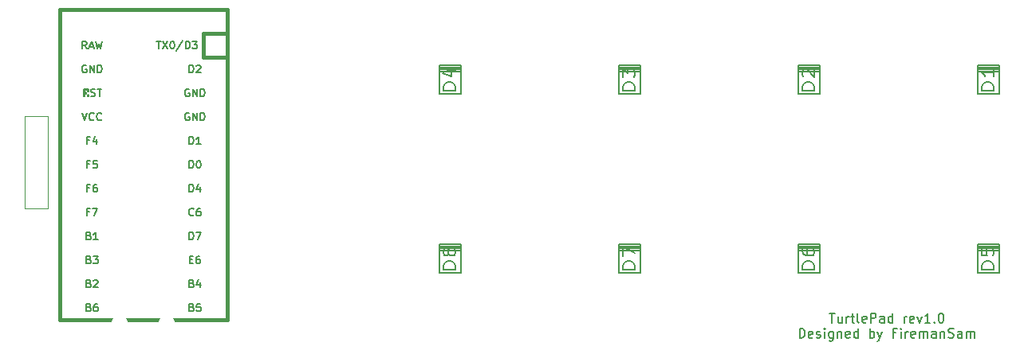
<source format=gbr>
%TF.GenerationSoftware,KiCad,Pcbnew,(6.99.0)*%
%TF.CreationDate,2021-12-30T19:51:54+01:00*%
%TF.ProjectId,TurtlePad,54757274-6c65-4506-9164-2e6b69636164,rev?*%
%TF.SameCoordinates,Original*%
%TF.FileFunction,Legend,Top*%
%TF.FilePolarity,Positive*%
%FSLAX46Y46*%
G04 Gerber Fmt 4.6, Leading zero omitted, Abs format (unit mm)*
G04 Created by KiCad (PCBNEW (6.99.0)) date 2021-12-30 19:51:54*
%MOMM*%
%LPD*%
G01*
G04 APERTURE LIST*
%ADD10C,0.150000*%
%ADD11C,0.203200*%
%ADD12C,0.120000*%
%ADD13C,0.381000*%
%ADD14C,1.651000*%
%ADD15R,1.651000X1.651000*%
%ADD16R,1.752600X1.752600*%
%ADD17C,1.752600*%
%ADD18O,2.000000X1.600000*%
%ADD19C,3.000000*%
%ADD20C,1.750000*%
%ADD21C,3.987800*%
%ADD22C,2.100000*%
%ADD23C,1.200000*%
G04 APERTURE END LIST*
D10*
X183980952Y-112997380D02*
X184552380Y-112997380D01*
X184266666Y-113997380D02*
X184266666Y-112997380D01*
X185314285Y-113330714D02*
X185314285Y-113997380D01*
X184885714Y-113330714D02*
X184885714Y-113854523D01*
X184933333Y-113949761D01*
X185028571Y-113997380D01*
X185171428Y-113997380D01*
X185266666Y-113949761D01*
X185314285Y-113902142D01*
X185790476Y-113997380D02*
X185790476Y-113330714D01*
X185790476Y-113521190D02*
X185838095Y-113425952D01*
X185885714Y-113378333D01*
X185980952Y-113330714D01*
X186076190Y-113330714D01*
X186266666Y-113330714D02*
X186647619Y-113330714D01*
X186409523Y-112997380D02*
X186409523Y-113854523D01*
X186457142Y-113949761D01*
X186552380Y-113997380D01*
X186647619Y-113997380D01*
X187123809Y-113997380D02*
X187028571Y-113949761D01*
X186980952Y-113854523D01*
X186980952Y-112997380D01*
X187885714Y-113949761D02*
X187790476Y-113997380D01*
X187600000Y-113997380D01*
X187504761Y-113949761D01*
X187457142Y-113854523D01*
X187457142Y-113473571D01*
X187504761Y-113378333D01*
X187600000Y-113330714D01*
X187790476Y-113330714D01*
X187885714Y-113378333D01*
X187933333Y-113473571D01*
X187933333Y-113568809D01*
X187457142Y-113664047D01*
X188361904Y-113997380D02*
X188361904Y-112997380D01*
X188742857Y-112997380D01*
X188838095Y-113045000D01*
X188885714Y-113092619D01*
X188933333Y-113187857D01*
X188933333Y-113330714D01*
X188885714Y-113425952D01*
X188838095Y-113473571D01*
X188742857Y-113521190D01*
X188361904Y-113521190D01*
X189790476Y-113997380D02*
X189790476Y-113473571D01*
X189742857Y-113378333D01*
X189647619Y-113330714D01*
X189457142Y-113330714D01*
X189361904Y-113378333D01*
X189790476Y-113949761D02*
X189695238Y-113997380D01*
X189457142Y-113997380D01*
X189361904Y-113949761D01*
X189314285Y-113854523D01*
X189314285Y-113759285D01*
X189361904Y-113664047D01*
X189457142Y-113616428D01*
X189695238Y-113616428D01*
X189790476Y-113568809D01*
X190695238Y-113997380D02*
X190695238Y-112997380D01*
X190695238Y-113949761D02*
X190600000Y-113997380D01*
X190409523Y-113997380D01*
X190314285Y-113949761D01*
X190266666Y-113902142D01*
X190219047Y-113806904D01*
X190219047Y-113521190D01*
X190266666Y-113425952D01*
X190314285Y-113378333D01*
X190409523Y-113330714D01*
X190600000Y-113330714D01*
X190695238Y-113378333D01*
X191933333Y-113997380D02*
X191933333Y-113330714D01*
X191933333Y-113521190D02*
X191980952Y-113425952D01*
X192028571Y-113378333D01*
X192123809Y-113330714D01*
X192219047Y-113330714D01*
X192933333Y-113949761D02*
X192838095Y-113997380D01*
X192647619Y-113997380D01*
X192552380Y-113949761D01*
X192504761Y-113854523D01*
X192504761Y-113473571D01*
X192552380Y-113378333D01*
X192647619Y-113330714D01*
X192838095Y-113330714D01*
X192933333Y-113378333D01*
X192980952Y-113473571D01*
X192980952Y-113568809D01*
X192504761Y-113664047D01*
X193314285Y-113330714D02*
X193552380Y-113997380D01*
X193790476Y-113330714D01*
X194695238Y-113997380D02*
X194123809Y-113997380D01*
X194409523Y-113997380D02*
X194409523Y-112997380D01*
X194314285Y-113140238D01*
X194219047Y-113235476D01*
X194123809Y-113283095D01*
X195123809Y-113902142D02*
X195171428Y-113949761D01*
X195123809Y-113997380D01*
X195076190Y-113949761D01*
X195123809Y-113902142D01*
X195123809Y-113997380D01*
X195790476Y-112997380D02*
X195885714Y-112997380D01*
X195980952Y-113045000D01*
X196028571Y-113092619D01*
X196076190Y-113187857D01*
X196123809Y-113378333D01*
X196123809Y-113616428D01*
X196076190Y-113806904D01*
X196028571Y-113902142D01*
X195980952Y-113949761D01*
X195885714Y-113997380D01*
X195790476Y-113997380D01*
X195695238Y-113949761D01*
X195647619Y-113902142D01*
X195600000Y-113806904D01*
X195552380Y-113616428D01*
X195552380Y-113378333D01*
X195600000Y-113187857D01*
X195647619Y-113092619D01*
X195695238Y-113045000D01*
X195790476Y-112997380D01*
X180814285Y-115607380D02*
X180814285Y-114607380D01*
X181052380Y-114607380D01*
X181195238Y-114655000D01*
X181290476Y-114750238D01*
X181338095Y-114845476D01*
X181385714Y-115035952D01*
X181385714Y-115178809D01*
X181338095Y-115369285D01*
X181290476Y-115464523D01*
X181195238Y-115559761D01*
X181052380Y-115607380D01*
X180814285Y-115607380D01*
X182195238Y-115559761D02*
X182100000Y-115607380D01*
X181909523Y-115607380D01*
X181814285Y-115559761D01*
X181766666Y-115464523D01*
X181766666Y-115083571D01*
X181814285Y-114988333D01*
X181909523Y-114940714D01*
X182100000Y-114940714D01*
X182195238Y-114988333D01*
X182242857Y-115083571D01*
X182242857Y-115178809D01*
X181766666Y-115274047D01*
X182623809Y-115559761D02*
X182719047Y-115607380D01*
X182909523Y-115607380D01*
X183004761Y-115559761D01*
X183052380Y-115464523D01*
X183052380Y-115416904D01*
X183004761Y-115321666D01*
X182909523Y-115274047D01*
X182766666Y-115274047D01*
X182671428Y-115226428D01*
X182623809Y-115131190D01*
X182623809Y-115083571D01*
X182671428Y-114988333D01*
X182766666Y-114940714D01*
X182909523Y-114940714D01*
X183004761Y-114988333D01*
X183480952Y-115607380D02*
X183480952Y-114940714D01*
X183480952Y-114607380D02*
X183433333Y-114655000D01*
X183480952Y-114702619D01*
X183528571Y-114655000D01*
X183480952Y-114607380D01*
X183480952Y-114702619D01*
X184385714Y-114940714D02*
X184385714Y-115750238D01*
X184338095Y-115845476D01*
X184290476Y-115893095D01*
X184195238Y-115940714D01*
X184052380Y-115940714D01*
X183957142Y-115893095D01*
X184385714Y-115559761D02*
X184290476Y-115607380D01*
X184100000Y-115607380D01*
X184004761Y-115559761D01*
X183957142Y-115512142D01*
X183909523Y-115416904D01*
X183909523Y-115131190D01*
X183957142Y-115035952D01*
X184004761Y-114988333D01*
X184100000Y-114940714D01*
X184290476Y-114940714D01*
X184385714Y-114988333D01*
X184861904Y-114940714D02*
X184861904Y-115607380D01*
X184861904Y-115035952D02*
X184909523Y-114988333D01*
X185004761Y-114940714D01*
X185147619Y-114940714D01*
X185242857Y-114988333D01*
X185290476Y-115083571D01*
X185290476Y-115607380D01*
X186147619Y-115559761D02*
X186052380Y-115607380D01*
X185861904Y-115607380D01*
X185766666Y-115559761D01*
X185719047Y-115464523D01*
X185719047Y-115083571D01*
X185766666Y-114988333D01*
X185861904Y-114940714D01*
X186052380Y-114940714D01*
X186147619Y-114988333D01*
X186195238Y-115083571D01*
X186195238Y-115178809D01*
X185719047Y-115274047D01*
X187052380Y-115607380D02*
X187052380Y-114607380D01*
X187052380Y-115559761D02*
X186957142Y-115607380D01*
X186766666Y-115607380D01*
X186671428Y-115559761D01*
X186623809Y-115512142D01*
X186576190Y-115416904D01*
X186576190Y-115131190D01*
X186623809Y-115035952D01*
X186671428Y-114988333D01*
X186766666Y-114940714D01*
X186957142Y-114940714D01*
X187052380Y-114988333D01*
X188290476Y-115607380D02*
X188290476Y-114607380D01*
X188290476Y-114988333D02*
X188385714Y-114940714D01*
X188576190Y-114940714D01*
X188671428Y-114988333D01*
X188719047Y-115035952D01*
X188766666Y-115131190D01*
X188766666Y-115416904D01*
X188719047Y-115512142D01*
X188671428Y-115559761D01*
X188576190Y-115607380D01*
X188385714Y-115607380D01*
X188290476Y-115559761D01*
X189100000Y-114940714D02*
X189338095Y-115607380D01*
X189576190Y-114940714D02*
X189338095Y-115607380D01*
X189242857Y-115845476D01*
X189195238Y-115893095D01*
X189100000Y-115940714D01*
X191052380Y-115083571D02*
X190719047Y-115083571D01*
X190719047Y-115607380D02*
X190719047Y-114607380D01*
X191195238Y-114607380D01*
X191576190Y-115607380D02*
X191576190Y-114940714D01*
X191576190Y-114607380D02*
X191528571Y-114655000D01*
X191576190Y-114702619D01*
X191623809Y-114655000D01*
X191576190Y-114607380D01*
X191576190Y-114702619D01*
X192052380Y-115607380D02*
X192052380Y-114940714D01*
X192052380Y-115131190D02*
X192100000Y-115035952D01*
X192147619Y-114988333D01*
X192242857Y-114940714D01*
X192338095Y-114940714D01*
X193052380Y-115559761D02*
X192957142Y-115607380D01*
X192766666Y-115607380D01*
X192671428Y-115559761D01*
X192623809Y-115464523D01*
X192623809Y-115083571D01*
X192671428Y-114988333D01*
X192766666Y-114940714D01*
X192957142Y-114940714D01*
X193052380Y-114988333D01*
X193100000Y-115083571D01*
X193100000Y-115178809D01*
X192623809Y-115274047D01*
X193528571Y-115607380D02*
X193528571Y-114940714D01*
X193528571Y-115035952D02*
X193576190Y-114988333D01*
X193671428Y-114940714D01*
X193814285Y-114940714D01*
X193909523Y-114988333D01*
X193957142Y-115083571D01*
X193957142Y-115607380D01*
X193957142Y-115083571D02*
X194004761Y-114988333D01*
X194100000Y-114940714D01*
X194242857Y-114940714D01*
X194338095Y-114988333D01*
X194385714Y-115083571D01*
X194385714Y-115607380D01*
X195290476Y-115607380D02*
X195290476Y-115083571D01*
X195242857Y-114988333D01*
X195147619Y-114940714D01*
X194957142Y-114940714D01*
X194861904Y-114988333D01*
X195290476Y-115559761D02*
X195195238Y-115607380D01*
X194957142Y-115607380D01*
X194861904Y-115559761D01*
X194814285Y-115464523D01*
X194814285Y-115369285D01*
X194861904Y-115274047D01*
X194957142Y-115226428D01*
X195195238Y-115226428D01*
X195290476Y-115178809D01*
X195766666Y-114940714D02*
X195766666Y-115607380D01*
X195766666Y-115035952D02*
X195814285Y-114988333D01*
X195909523Y-114940714D01*
X196052380Y-114940714D01*
X196147619Y-114988333D01*
X196195238Y-115083571D01*
X196195238Y-115607380D01*
X196623809Y-115559761D02*
X196766666Y-115607380D01*
X197004761Y-115607380D01*
X197100000Y-115559761D01*
X197147619Y-115512142D01*
X197195238Y-115416904D01*
X197195238Y-115321666D01*
X197147619Y-115226428D01*
X197100000Y-115178809D01*
X197004761Y-115131190D01*
X196814285Y-115083571D01*
X196719047Y-115035952D01*
X196671428Y-114988333D01*
X196623809Y-114893095D01*
X196623809Y-114797857D01*
X196671428Y-114702619D01*
X196719047Y-114655000D01*
X196814285Y-114607380D01*
X197052380Y-114607380D01*
X197195238Y-114655000D01*
X198052380Y-115607380D02*
X198052380Y-115083571D01*
X198004761Y-114988333D01*
X197909523Y-114940714D01*
X197719047Y-114940714D01*
X197623809Y-114988333D01*
X198052380Y-115559761D02*
X197957142Y-115607380D01*
X197719047Y-115607380D01*
X197623809Y-115559761D01*
X197576190Y-115464523D01*
X197576190Y-115369285D01*
X197623809Y-115274047D01*
X197719047Y-115226428D01*
X197957142Y-115226428D01*
X198052380Y-115178809D01*
X198528571Y-115607380D02*
X198528571Y-114940714D01*
X198528571Y-115035952D02*
X198576190Y-114988333D01*
X198671428Y-114940714D01*
X198814285Y-114940714D01*
X198909523Y-114988333D01*
X198957142Y-115083571D01*
X198957142Y-115607380D01*
X198957142Y-115083571D02*
X199004761Y-114988333D01*
X199100000Y-114940714D01*
X199242857Y-114940714D01*
X199338095Y-114988333D01*
X199385714Y-115083571D01*
X199385714Y-115607380D01*
D11*
%TO.C,D2*%
X182375023Y-89262857D02*
X181105023Y-89262857D01*
X181105023Y-88900000D01*
X181165500Y-88682285D01*
X181286452Y-88537142D01*
X181407404Y-88464571D01*
X181649309Y-88392000D01*
X181830738Y-88392000D01*
X182072642Y-88464571D01*
X182193595Y-88537142D01*
X182314547Y-88682285D01*
X182375023Y-88900000D01*
X182375023Y-89262857D01*
X181225976Y-87811428D02*
X181165500Y-87738857D01*
X181105023Y-87593714D01*
X181105023Y-87230857D01*
X181165500Y-87085714D01*
X181225976Y-87013142D01*
X181346928Y-86940571D01*
X181467880Y-86940571D01*
X181649309Y-87013142D01*
X182375023Y-87884000D01*
X182375023Y-86940571D01*
%TO.C,D3*%
X163325023Y-89262857D02*
X162055023Y-89262857D01*
X162055023Y-88900000D01*
X162115500Y-88682285D01*
X162236452Y-88537142D01*
X162357404Y-88464571D01*
X162599309Y-88392000D01*
X162780738Y-88392000D01*
X163022642Y-88464571D01*
X163143595Y-88537142D01*
X163264547Y-88682285D01*
X163325023Y-88900000D01*
X163325023Y-89262857D01*
X162055023Y-87884000D02*
X162055023Y-86940571D01*
X162538833Y-87448571D01*
X162538833Y-87230857D01*
X162599309Y-87085714D01*
X162659785Y-87013142D01*
X162780738Y-86940571D01*
X163083119Y-86940571D01*
X163204071Y-87013142D01*
X163264547Y-87085714D01*
X163325023Y-87230857D01*
X163325023Y-87666285D01*
X163264547Y-87811428D01*
X163204071Y-87884000D01*
%TO.C,D4*%
X144275023Y-89262857D02*
X143005023Y-89262857D01*
X143005023Y-88900000D01*
X143065500Y-88682285D01*
X143186452Y-88537142D01*
X143307404Y-88464571D01*
X143549309Y-88392000D01*
X143730738Y-88392000D01*
X143972642Y-88464571D01*
X144093595Y-88537142D01*
X144214547Y-88682285D01*
X144275023Y-88900000D01*
X144275023Y-89262857D01*
X143428357Y-87085714D02*
X144275023Y-87085714D01*
X142944547Y-87448571D02*
X143851690Y-87811428D01*
X143851690Y-86868000D01*
%TO.C,D5*%
X201425023Y-108312857D02*
X200155023Y-108312857D01*
X200155023Y-107950000D01*
X200215500Y-107732285D01*
X200336452Y-107587142D01*
X200457404Y-107514571D01*
X200699309Y-107442000D01*
X200880738Y-107442000D01*
X201122642Y-107514571D01*
X201243595Y-107587142D01*
X201364547Y-107732285D01*
X201425023Y-107950000D01*
X201425023Y-108312857D01*
X200155023Y-106063142D02*
X200155023Y-106788857D01*
X200759785Y-106861428D01*
X200699309Y-106788857D01*
X200638833Y-106643714D01*
X200638833Y-106280857D01*
X200699309Y-106135714D01*
X200759785Y-106063142D01*
X200880738Y-105990571D01*
X201183119Y-105990571D01*
X201304071Y-106063142D01*
X201364547Y-106135714D01*
X201425023Y-106280857D01*
X201425023Y-106643714D01*
X201364547Y-106788857D01*
X201304071Y-106861428D01*
%TO.C,D6*%
X182375023Y-108312857D02*
X181105023Y-108312857D01*
X181105023Y-107950000D01*
X181165500Y-107732285D01*
X181286452Y-107587142D01*
X181407404Y-107514571D01*
X181649309Y-107442000D01*
X181830738Y-107442000D01*
X182072642Y-107514571D01*
X182193595Y-107587142D01*
X182314547Y-107732285D01*
X182375023Y-107950000D01*
X182375023Y-108312857D01*
X181105023Y-106135714D02*
X181105023Y-106426000D01*
X181165500Y-106571142D01*
X181225976Y-106643714D01*
X181407404Y-106788857D01*
X181649309Y-106861428D01*
X182133119Y-106861428D01*
X182254071Y-106788857D01*
X182314547Y-106716285D01*
X182375023Y-106571142D01*
X182375023Y-106280857D01*
X182314547Y-106135714D01*
X182254071Y-106063142D01*
X182133119Y-105990571D01*
X181830738Y-105990571D01*
X181709785Y-106063142D01*
X181649309Y-106135714D01*
X181588833Y-106280857D01*
X181588833Y-106571142D01*
X181649309Y-106716285D01*
X181709785Y-106788857D01*
X181830738Y-106861428D01*
%TO.C,D7*%
X163325023Y-108312857D02*
X162055023Y-108312857D01*
X162055023Y-107950000D01*
X162115500Y-107732285D01*
X162236452Y-107587142D01*
X162357404Y-107514571D01*
X162599309Y-107442000D01*
X162780738Y-107442000D01*
X163022642Y-107514571D01*
X163143595Y-107587142D01*
X163264547Y-107732285D01*
X163325023Y-107950000D01*
X163325023Y-108312857D01*
X162055023Y-106934000D02*
X162055023Y-105918000D01*
X163325023Y-106571142D01*
%TO.C,D8*%
X144275023Y-108312857D02*
X143005023Y-108312857D01*
X143005023Y-107950000D01*
X143065500Y-107732285D01*
X143186452Y-107587142D01*
X143307404Y-107514571D01*
X143549309Y-107442000D01*
X143730738Y-107442000D01*
X143972642Y-107514571D01*
X144093595Y-107587142D01*
X144214547Y-107732285D01*
X144275023Y-107950000D01*
X144275023Y-108312857D01*
X143549309Y-106571142D02*
X143488833Y-106716285D01*
X143428357Y-106788857D01*
X143307404Y-106861428D01*
X143246928Y-106861428D01*
X143125976Y-106788857D01*
X143065500Y-106716285D01*
X143005023Y-106571142D01*
X143005023Y-106280857D01*
X143065500Y-106135714D01*
X143125976Y-106063142D01*
X143246928Y-105990571D01*
X143307404Y-105990571D01*
X143428357Y-106063142D01*
X143488833Y-106135714D01*
X143549309Y-106280857D01*
X143549309Y-106571142D01*
X143609785Y-106716285D01*
X143670261Y-106788857D01*
X143791214Y-106861428D01*
X144033119Y-106861428D01*
X144154071Y-106788857D01*
X144214547Y-106716285D01*
X144275023Y-106571142D01*
X144275023Y-106280857D01*
X144214547Y-106135714D01*
X144154071Y-106063142D01*
X144033119Y-105990571D01*
X143791214Y-105990571D01*
X143670261Y-106063142D01*
X143609785Y-106135714D01*
X143549309Y-106280857D01*
%TO.C,D1*%
X201425023Y-89262857D02*
X200155023Y-89262857D01*
X200155023Y-88900000D01*
X200215500Y-88682285D01*
X200336452Y-88537142D01*
X200457404Y-88464571D01*
X200699309Y-88392000D01*
X200880738Y-88392000D01*
X201122642Y-88464571D01*
X201243595Y-88537142D01*
X201364547Y-88682285D01*
X201425023Y-88900000D01*
X201425023Y-89262857D01*
X201425023Y-86940571D02*
X201425023Y-87811428D01*
X201425023Y-87376000D02*
X200155023Y-87376000D01*
X200336452Y-87521142D01*
X200457404Y-87666285D01*
X200517880Y-87811428D01*
D10*
%TO.C,U1*%
X116027273Y-100088654D02*
X116027273Y-99288654D01*
X116217750Y-99288654D01*
X116332035Y-99326750D01*
X116408226Y-99402940D01*
X116446321Y-99479130D01*
X116484416Y-99631511D01*
X116484416Y-99745797D01*
X116446321Y-99898178D01*
X116408226Y-99974369D01*
X116332035Y-100050559D01*
X116217750Y-100088654D01*
X116027273Y-100088654D01*
X117170130Y-99555321D02*
X117170130Y-100088654D01*
X116979654Y-99250559D02*
X116789178Y-99821988D01*
X117284416Y-99821988D01*
X105583416Y-89870559D02*
X105697702Y-89908654D01*
X105888178Y-89908654D01*
X105964369Y-89870559D01*
X106002464Y-89832464D01*
X106040559Y-89756273D01*
X106040559Y-89680083D01*
X106002464Y-89603892D01*
X105964369Y-89565797D01*
X105888178Y-89527702D01*
X105735797Y-89489607D01*
X105659607Y-89451511D01*
X105621511Y-89413416D01*
X105583416Y-89337226D01*
X105583416Y-89261035D01*
X105621511Y-89184845D01*
X105659607Y-89146750D01*
X105735797Y-89108654D01*
X105926273Y-89108654D01*
X106040559Y-89146750D01*
X106269130Y-89108654D02*
X106726273Y-89108654D01*
X106497702Y-89908654D02*
X106497702Y-89108654D01*
X104629083Y-91668654D02*
X104895750Y-92468654D01*
X105162416Y-91668654D01*
X105886226Y-92392464D02*
X105848130Y-92430559D01*
X105733845Y-92468654D01*
X105657654Y-92468654D01*
X105543369Y-92430559D01*
X105467178Y-92354369D01*
X105429083Y-92278178D01*
X105390988Y-92125797D01*
X105390988Y-92011511D01*
X105429083Y-91859130D01*
X105467178Y-91782940D01*
X105543369Y-91706750D01*
X105657654Y-91668654D01*
X105733845Y-91668654D01*
X105848130Y-91706750D01*
X105886226Y-91744845D01*
X106686226Y-92392464D02*
X106648130Y-92430559D01*
X106533845Y-92468654D01*
X106457654Y-92468654D01*
X106343369Y-92430559D01*
X106267178Y-92354369D01*
X106229083Y-92278178D01*
X106190988Y-92125797D01*
X106190988Y-92011511D01*
X106229083Y-91859130D01*
X106267178Y-91782940D01*
X106343369Y-91706750D01*
X106457654Y-91668654D01*
X106533845Y-91668654D01*
X106648130Y-91706750D01*
X106686226Y-91744845D01*
X105429083Y-97129607D02*
X105162416Y-97129607D01*
X105162416Y-97548654D02*
X105162416Y-96748654D01*
X105543369Y-96748654D01*
X106229083Y-96748654D02*
X105848130Y-96748654D01*
X105810035Y-97129607D01*
X105848130Y-97091511D01*
X105924321Y-97053416D01*
X106114797Y-97053416D01*
X106190988Y-97091511D01*
X106229083Y-97129607D01*
X106267178Y-97205797D01*
X106267178Y-97396273D01*
X106229083Y-97472464D01*
X106190988Y-97510559D01*
X106114797Y-97548654D01*
X105924321Y-97548654D01*
X105848130Y-97510559D01*
X105810035Y-97472464D01*
X116293940Y-109829607D02*
X116408226Y-109867702D01*
X116446321Y-109905797D01*
X116484416Y-109981988D01*
X116484416Y-110096273D01*
X116446321Y-110172464D01*
X116408226Y-110210559D01*
X116332035Y-110248654D01*
X116027273Y-110248654D01*
X116027273Y-109448654D01*
X116293940Y-109448654D01*
X116370130Y-109486750D01*
X116408226Y-109524845D01*
X116446321Y-109601035D01*
X116446321Y-109677226D01*
X116408226Y-109753416D01*
X116370130Y-109791511D01*
X116293940Y-109829607D01*
X116027273Y-109829607D01*
X117170130Y-109715321D02*
X117170130Y-110248654D01*
X116979654Y-109410559D02*
X116789178Y-109981988D01*
X117284416Y-109981988D01*
X112538145Y-84048654D02*
X112995288Y-84048654D01*
X112766717Y-84848654D02*
X112766717Y-84048654D01*
X113185764Y-84048654D02*
X113719098Y-84848654D01*
X113719098Y-84048654D02*
X113185764Y-84848654D01*
X114176241Y-84048654D02*
X114252431Y-84048654D01*
X114328622Y-84086750D01*
X114366717Y-84124845D01*
X114404812Y-84201035D01*
X114442907Y-84353416D01*
X114442907Y-84543892D01*
X114404812Y-84696273D01*
X114366717Y-84772464D01*
X114328622Y-84810559D01*
X114252431Y-84848654D01*
X114176241Y-84848654D01*
X114100050Y-84810559D01*
X114061955Y-84772464D01*
X114023860Y-84696273D01*
X113985764Y-84543892D01*
X113985764Y-84353416D01*
X114023860Y-84201035D01*
X114061955Y-84124845D01*
X114100050Y-84086750D01*
X114176241Y-84048654D01*
X115357193Y-84010559D02*
X114671479Y-85039130D01*
X115623860Y-84848654D02*
X115623860Y-84048654D01*
X115814336Y-84048654D01*
X115928622Y-84086750D01*
X116004812Y-84162940D01*
X116042907Y-84239130D01*
X116081002Y-84391511D01*
X116081002Y-84505797D01*
X116042907Y-84658178D01*
X116004812Y-84734369D01*
X115928622Y-84810559D01*
X115814336Y-84848654D01*
X115623860Y-84848654D01*
X116347669Y-84048654D02*
X116842907Y-84048654D01*
X116576241Y-84353416D01*
X116690526Y-84353416D01*
X116766717Y-84391511D01*
X116804812Y-84429607D01*
X116842907Y-84505797D01*
X116842907Y-84696273D01*
X116804812Y-84772464D01*
X116766717Y-84810559D01*
X116690526Y-84848654D01*
X116461955Y-84848654D01*
X116385764Y-84810559D01*
X116347669Y-84772464D01*
X105429083Y-94589607D02*
X105162416Y-94589607D01*
X105162416Y-95008654D02*
X105162416Y-94208654D01*
X105543369Y-94208654D01*
X106190988Y-94475321D02*
X106190988Y-95008654D01*
X106000511Y-94170559D02*
X105810035Y-94741988D01*
X106305273Y-94741988D01*
X105371940Y-112369607D02*
X105486226Y-112407702D01*
X105524321Y-112445797D01*
X105562416Y-112521988D01*
X105562416Y-112636273D01*
X105524321Y-112712464D01*
X105486226Y-112750559D01*
X105410035Y-112788654D01*
X105105273Y-112788654D01*
X105105273Y-111988654D01*
X105371940Y-111988654D01*
X105448130Y-112026750D01*
X105486226Y-112064845D01*
X105524321Y-112141035D01*
X105524321Y-112217226D01*
X105486226Y-112293416D01*
X105448130Y-112331511D01*
X105371940Y-112369607D01*
X105105273Y-112369607D01*
X106248130Y-111988654D02*
X106095750Y-111988654D01*
X106019559Y-112026750D01*
X105981464Y-112064845D01*
X105905273Y-112179130D01*
X105867178Y-112331511D01*
X105867178Y-112636273D01*
X105905273Y-112712464D01*
X105943369Y-112750559D01*
X106019559Y-112788654D01*
X106171940Y-112788654D01*
X106248130Y-112750559D01*
X106286226Y-112712464D01*
X106324321Y-112636273D01*
X106324321Y-112445797D01*
X106286226Y-112369607D01*
X106248130Y-112331511D01*
X106171940Y-112293416D01*
X106019559Y-112293416D01*
X105943369Y-112331511D01*
X105905273Y-112369607D01*
X105867178Y-112445797D01*
X116008226Y-91706750D02*
X115932035Y-91668654D01*
X115817750Y-91668654D01*
X115703464Y-91706750D01*
X115627273Y-91782940D01*
X115589178Y-91859130D01*
X115551083Y-92011511D01*
X115551083Y-92125797D01*
X115589178Y-92278178D01*
X115627273Y-92354369D01*
X115703464Y-92430559D01*
X115817750Y-92468654D01*
X115893940Y-92468654D01*
X116008226Y-92430559D01*
X116046321Y-92392464D01*
X116046321Y-92125797D01*
X115893940Y-92125797D01*
X116389178Y-92468654D02*
X116389178Y-91668654D01*
X116846321Y-92468654D01*
X116846321Y-91668654D01*
X117227273Y-92468654D02*
X117227273Y-91668654D01*
X117417750Y-91668654D01*
X117532035Y-91706750D01*
X117608226Y-91782940D01*
X117646321Y-91859130D01*
X117684416Y-92011511D01*
X117684416Y-92125797D01*
X117646321Y-92278178D01*
X117608226Y-92354369D01*
X117532035Y-92430559D01*
X117417750Y-92468654D01*
X117227273Y-92468654D01*
X105429083Y-102209607D02*
X105162416Y-102209607D01*
X105162416Y-102628654D02*
X105162416Y-101828654D01*
X105543369Y-101828654D01*
X105771940Y-101828654D02*
X106305273Y-101828654D01*
X105962416Y-102628654D01*
X105143369Y-84848654D02*
X104876702Y-84467702D01*
X104686226Y-84848654D02*
X104686226Y-84048654D01*
X104990988Y-84048654D01*
X105067178Y-84086750D01*
X105105273Y-84124845D01*
X105143369Y-84201035D01*
X105143369Y-84315321D01*
X105105273Y-84391511D01*
X105067178Y-84429607D01*
X104990988Y-84467702D01*
X104686226Y-84467702D01*
X105448130Y-84620083D02*
X105829083Y-84620083D01*
X105371940Y-84848654D02*
X105638607Y-84048654D01*
X105905273Y-84848654D01*
X106095750Y-84048654D02*
X106286226Y-84848654D01*
X106438607Y-84277226D01*
X106590988Y-84848654D01*
X106781464Y-84048654D01*
X116065369Y-107289607D02*
X116332035Y-107289607D01*
X116446321Y-107708654D02*
X116065369Y-107708654D01*
X116065369Y-106908654D01*
X116446321Y-106908654D01*
X117132035Y-106908654D02*
X116979654Y-106908654D01*
X116903464Y-106946750D01*
X116865369Y-106984845D01*
X116789178Y-107099130D01*
X116751083Y-107251511D01*
X116751083Y-107556273D01*
X116789178Y-107632464D01*
X116827273Y-107670559D01*
X116903464Y-107708654D01*
X117055845Y-107708654D01*
X117132035Y-107670559D01*
X117170130Y-107632464D01*
X117208226Y-107556273D01*
X117208226Y-107365797D01*
X117170130Y-107289607D01*
X117132035Y-107251511D01*
X117055845Y-107213416D01*
X116903464Y-107213416D01*
X116827273Y-107251511D01*
X116789178Y-107289607D01*
X116751083Y-107365797D01*
X116027273Y-105168654D02*
X116027273Y-104368654D01*
X116217750Y-104368654D01*
X116332035Y-104406750D01*
X116408226Y-104482940D01*
X116446321Y-104559130D01*
X116484416Y-104711511D01*
X116484416Y-104825797D01*
X116446321Y-104978178D01*
X116408226Y-105054369D01*
X116332035Y-105130559D01*
X116217750Y-105168654D01*
X116027273Y-105168654D01*
X116751083Y-104368654D02*
X117284416Y-104368654D01*
X116941559Y-105168654D01*
X116484416Y-102552464D02*
X116446321Y-102590559D01*
X116332035Y-102628654D01*
X116255845Y-102628654D01*
X116141559Y-102590559D01*
X116065369Y-102514369D01*
X116027273Y-102438178D01*
X115989178Y-102285797D01*
X115989178Y-102171511D01*
X116027273Y-102019130D01*
X116065369Y-101942940D01*
X116141559Y-101866750D01*
X116255845Y-101828654D01*
X116332035Y-101828654D01*
X116446321Y-101866750D01*
X116484416Y-101904845D01*
X117170130Y-101828654D02*
X117017750Y-101828654D01*
X116941559Y-101866750D01*
X116903464Y-101904845D01*
X116827273Y-102019130D01*
X116789178Y-102171511D01*
X116789178Y-102476273D01*
X116827273Y-102552464D01*
X116865369Y-102590559D01*
X116941559Y-102628654D01*
X117093940Y-102628654D01*
X117170130Y-102590559D01*
X117208226Y-102552464D01*
X117246321Y-102476273D01*
X117246321Y-102285797D01*
X117208226Y-102209607D01*
X117170130Y-102171511D01*
X117093940Y-102133416D01*
X116941559Y-102133416D01*
X116865369Y-102171511D01*
X116827273Y-102209607D01*
X116789178Y-102285797D01*
X105429083Y-99669607D02*
X105162416Y-99669607D01*
X105162416Y-100088654D02*
X105162416Y-99288654D01*
X105543369Y-99288654D01*
X106190988Y-99288654D02*
X106038607Y-99288654D01*
X105962416Y-99326750D01*
X105924321Y-99364845D01*
X105848130Y-99479130D01*
X105810035Y-99631511D01*
X105810035Y-99936273D01*
X105848130Y-100012464D01*
X105886226Y-100050559D01*
X105962416Y-100088654D01*
X106114797Y-100088654D01*
X106190988Y-100050559D01*
X106229083Y-100012464D01*
X106267178Y-99936273D01*
X106267178Y-99745797D01*
X106229083Y-99669607D01*
X106190988Y-99631511D01*
X106114797Y-99593416D01*
X105962416Y-99593416D01*
X105886226Y-99631511D01*
X105848130Y-99669607D01*
X105810035Y-99745797D01*
X105371940Y-104749607D02*
X105486226Y-104787702D01*
X105524321Y-104825797D01*
X105562416Y-104901988D01*
X105562416Y-105016273D01*
X105524321Y-105092464D01*
X105486226Y-105130559D01*
X105410035Y-105168654D01*
X105105273Y-105168654D01*
X105105273Y-104368654D01*
X105371940Y-104368654D01*
X105448130Y-104406750D01*
X105486226Y-104444845D01*
X105524321Y-104521035D01*
X105524321Y-104597226D01*
X105486226Y-104673416D01*
X105448130Y-104711511D01*
X105371940Y-104749607D01*
X105105273Y-104749607D01*
X106324321Y-105168654D02*
X105867178Y-105168654D01*
X106095750Y-105168654D02*
X106095750Y-104368654D01*
X106019559Y-104482940D01*
X105943369Y-104559130D01*
X105867178Y-104597226D01*
X105371940Y-109829607D02*
X105486226Y-109867702D01*
X105524321Y-109905797D01*
X105562416Y-109981988D01*
X105562416Y-110096273D01*
X105524321Y-110172464D01*
X105486226Y-110210559D01*
X105410035Y-110248654D01*
X105105273Y-110248654D01*
X105105273Y-109448654D01*
X105371940Y-109448654D01*
X105448130Y-109486750D01*
X105486226Y-109524845D01*
X105524321Y-109601035D01*
X105524321Y-109677226D01*
X105486226Y-109753416D01*
X105448130Y-109791511D01*
X105371940Y-109829607D01*
X105105273Y-109829607D01*
X105867178Y-109524845D02*
X105905273Y-109486750D01*
X105981464Y-109448654D01*
X106171940Y-109448654D01*
X106248130Y-109486750D01*
X106286226Y-109524845D01*
X106324321Y-109601035D01*
X106324321Y-109677226D01*
X106286226Y-109791511D01*
X105829083Y-110248654D01*
X106324321Y-110248654D01*
X116027273Y-95008654D02*
X116027273Y-94208654D01*
X116217750Y-94208654D01*
X116332035Y-94246750D01*
X116408226Y-94322940D01*
X116446321Y-94399130D01*
X116484416Y-94551511D01*
X116484416Y-94665797D01*
X116446321Y-94818178D01*
X116408226Y-94894369D01*
X116332035Y-94970559D01*
X116217750Y-95008654D01*
X116027273Y-95008654D01*
X117246321Y-95008654D02*
X116789178Y-95008654D01*
X117017750Y-95008654D02*
X117017750Y-94208654D01*
X116941559Y-94322940D01*
X116865369Y-94399130D01*
X116789178Y-94437226D01*
X105371940Y-107289607D02*
X105486226Y-107327702D01*
X105524321Y-107365797D01*
X105562416Y-107441988D01*
X105562416Y-107556273D01*
X105524321Y-107632464D01*
X105486226Y-107670559D01*
X105410035Y-107708654D01*
X105105273Y-107708654D01*
X105105273Y-106908654D01*
X105371940Y-106908654D01*
X105448130Y-106946750D01*
X105486226Y-106984845D01*
X105524321Y-107061035D01*
X105524321Y-107137226D01*
X105486226Y-107213416D01*
X105448130Y-107251511D01*
X105371940Y-107289607D01*
X105105273Y-107289607D01*
X105829083Y-106908654D02*
X106324321Y-106908654D01*
X106057654Y-107213416D01*
X106171940Y-107213416D01*
X106248130Y-107251511D01*
X106286226Y-107289607D01*
X106324321Y-107365797D01*
X106324321Y-107556273D01*
X106286226Y-107632464D01*
X106248130Y-107670559D01*
X106171940Y-107708654D01*
X105943369Y-107708654D01*
X105867178Y-107670559D01*
X105829083Y-107632464D01*
X116008226Y-89166750D02*
X115932035Y-89128654D01*
X115817750Y-89128654D01*
X115703464Y-89166750D01*
X115627273Y-89242940D01*
X115589178Y-89319130D01*
X115551083Y-89471511D01*
X115551083Y-89585797D01*
X115589178Y-89738178D01*
X115627273Y-89814369D01*
X115703464Y-89890559D01*
X115817750Y-89928654D01*
X115893940Y-89928654D01*
X116008226Y-89890559D01*
X116046321Y-89852464D01*
X116046321Y-89585797D01*
X115893940Y-89585797D01*
X116389178Y-89928654D02*
X116389178Y-89128654D01*
X116846321Y-89928654D01*
X116846321Y-89128654D01*
X117227273Y-89928654D02*
X117227273Y-89128654D01*
X117417750Y-89128654D01*
X117532035Y-89166750D01*
X117608226Y-89242940D01*
X117646321Y-89319130D01*
X117684416Y-89471511D01*
X117684416Y-89585797D01*
X117646321Y-89738178D01*
X117608226Y-89814369D01*
X117532035Y-89890559D01*
X117417750Y-89928654D01*
X117227273Y-89928654D01*
X116293940Y-112369607D02*
X116408226Y-112407702D01*
X116446321Y-112445797D01*
X116484416Y-112521988D01*
X116484416Y-112636273D01*
X116446321Y-112712464D01*
X116408226Y-112750559D01*
X116332035Y-112788654D01*
X116027273Y-112788654D01*
X116027273Y-111988654D01*
X116293940Y-111988654D01*
X116370130Y-112026750D01*
X116408226Y-112064845D01*
X116446321Y-112141035D01*
X116446321Y-112217226D01*
X116408226Y-112293416D01*
X116370130Y-112331511D01*
X116293940Y-112369607D01*
X116027273Y-112369607D01*
X117208226Y-111988654D02*
X116827273Y-111988654D01*
X116789178Y-112369607D01*
X116827273Y-112331511D01*
X116903464Y-112293416D01*
X117093940Y-112293416D01*
X117170130Y-112331511D01*
X117208226Y-112369607D01*
X117246321Y-112445797D01*
X117246321Y-112636273D01*
X117208226Y-112712464D01*
X117170130Y-112750559D01*
X117093940Y-112788654D01*
X116903464Y-112788654D01*
X116827273Y-112750559D01*
X116789178Y-112712464D01*
X116027273Y-87388654D02*
X116027273Y-86588654D01*
X116217750Y-86588654D01*
X116332035Y-86626750D01*
X116408226Y-86702940D01*
X116446321Y-86779130D01*
X116484416Y-86931511D01*
X116484416Y-87045797D01*
X116446321Y-87198178D01*
X116408226Y-87274369D01*
X116332035Y-87350559D01*
X116217750Y-87388654D01*
X116027273Y-87388654D01*
X116789178Y-86664845D02*
X116827273Y-86626750D01*
X116903464Y-86588654D01*
X117093940Y-86588654D01*
X117170130Y-86626750D01*
X117208226Y-86664845D01*
X117246321Y-86741035D01*
X117246321Y-86817226D01*
X117208226Y-86931511D01*
X116751083Y-87388654D01*
X117246321Y-87388654D01*
X105086226Y-86626750D02*
X105010035Y-86588654D01*
X104895750Y-86588654D01*
X104781464Y-86626750D01*
X104705273Y-86702940D01*
X104667178Y-86779130D01*
X104629083Y-86931511D01*
X104629083Y-87045797D01*
X104667178Y-87198178D01*
X104705273Y-87274369D01*
X104781464Y-87350559D01*
X104895750Y-87388654D01*
X104971940Y-87388654D01*
X105086226Y-87350559D01*
X105124321Y-87312464D01*
X105124321Y-87045797D01*
X104971940Y-87045797D01*
X105467178Y-87388654D02*
X105467178Y-86588654D01*
X105924321Y-87388654D01*
X105924321Y-86588654D01*
X106305273Y-87388654D02*
X106305273Y-86588654D01*
X106495750Y-86588654D01*
X106610035Y-86626750D01*
X106686226Y-86702940D01*
X106724321Y-86779130D01*
X106762416Y-86931511D01*
X106762416Y-87045797D01*
X106724321Y-87198178D01*
X106686226Y-87274369D01*
X106610035Y-87350559D01*
X106495750Y-87388654D01*
X106305273Y-87388654D01*
X116027273Y-97548654D02*
X116027273Y-96748654D01*
X116217750Y-96748654D01*
X116332035Y-96786750D01*
X116408226Y-96862940D01*
X116446321Y-96939130D01*
X116484416Y-97091511D01*
X116484416Y-97205797D01*
X116446321Y-97358178D01*
X116408226Y-97434369D01*
X116332035Y-97510559D01*
X116217750Y-97548654D01*
X116027273Y-97548654D01*
X116979654Y-96748654D02*
X117055845Y-96748654D01*
X117132035Y-96786750D01*
X117170130Y-96824845D01*
X117208226Y-96901035D01*
X117246321Y-97053416D01*
X117246321Y-97243892D01*
X117208226Y-97396273D01*
X117170130Y-97472464D01*
X117132035Y-97510559D01*
X117055845Y-97548654D01*
X116979654Y-97548654D01*
X116903464Y-97510559D01*
X116865369Y-97472464D01*
X116827273Y-97396273D01*
X116789178Y-97243892D01*
X116789178Y-97053416D01*
X116827273Y-96901035D01*
X116865369Y-96824845D01*
X116903464Y-96786750D01*
X116979654Y-96748654D01*
D12*
%TO.C,OL1*%
X98583750Y-101822250D02*
X98583750Y-92043250D01*
X98583750Y-92043250D02*
X100996750Y-92043250D01*
X100996750Y-92043250D02*
X100996750Y-101822250D01*
X98583750Y-101822250D02*
X100996750Y-101822250D01*
D11*
%TO.C,D2*%
X180657500Y-86614000D02*
X182943500Y-86614000D01*
X182943500Y-86614000D02*
X182943500Y-89662000D01*
D10*
X180700500Y-87038000D02*
X182900500Y-87038000D01*
X182900500Y-86838000D02*
X180800500Y-86838000D01*
X180700500Y-86838000D02*
X180800500Y-86838000D01*
X182900500Y-87238000D02*
X180700500Y-87238000D01*
D11*
X182943500Y-89662000D02*
X180657500Y-89662000D01*
X180657500Y-89662000D02*
X180657500Y-86614000D01*
D10*
X180800500Y-86838000D02*
X180700500Y-86838000D01*
D11*
%TO.C,D3*%
X161607500Y-86614000D02*
X163893500Y-86614000D01*
X161607500Y-89662000D02*
X161607500Y-86614000D01*
X163893500Y-86614000D02*
X163893500Y-89662000D01*
D10*
X163850500Y-87238000D02*
X161650500Y-87238000D01*
X163850500Y-86838000D02*
X161750500Y-86838000D01*
X161650500Y-86838000D02*
X161750500Y-86838000D01*
D11*
X163893500Y-89662000D02*
X161607500Y-89662000D01*
D10*
X161750500Y-86838000D02*
X161650500Y-86838000D01*
X161650500Y-87038000D02*
X163850500Y-87038000D01*
%TO.C,D4*%
X144800500Y-87238000D02*
X142600500Y-87238000D01*
X144800500Y-86838000D02*
X142700500Y-86838000D01*
X142600500Y-87038000D02*
X144800500Y-87038000D01*
D11*
X142557500Y-86614000D02*
X144843500Y-86614000D01*
D10*
X142600500Y-86838000D02*
X142700500Y-86838000D01*
D11*
X142557500Y-89662000D02*
X142557500Y-86614000D01*
D10*
X142700500Y-86838000D02*
X142600500Y-86838000D01*
D11*
X144843500Y-89662000D02*
X142557500Y-89662000D01*
X144843500Y-86614000D02*
X144843500Y-89662000D01*
%TO.C,D5*%
X201993500Y-105664000D02*
X201993500Y-108712000D01*
X199707500Y-108712000D02*
X199707500Y-105664000D01*
D10*
X201950500Y-105888000D02*
X199850500Y-105888000D01*
X201950500Y-106288000D02*
X199750500Y-106288000D01*
X199750500Y-106088000D02*
X201950500Y-106088000D01*
X199750500Y-105888000D02*
X199850500Y-105888000D01*
D11*
X199707500Y-105664000D02*
X201993500Y-105664000D01*
X201993500Y-108712000D02*
X199707500Y-108712000D01*
D10*
X199850500Y-105888000D02*
X199750500Y-105888000D01*
%TO.C,D6*%
X182900500Y-105888000D02*
X180800500Y-105888000D01*
D11*
X182943500Y-108712000D02*
X180657500Y-108712000D01*
X180657500Y-105664000D02*
X182943500Y-105664000D01*
D10*
X182900500Y-106288000D02*
X180700500Y-106288000D01*
X180700500Y-105888000D02*
X180800500Y-105888000D01*
X180800500Y-105888000D02*
X180700500Y-105888000D01*
D11*
X182943500Y-105664000D02*
X182943500Y-108712000D01*
D10*
X180700500Y-106088000D02*
X182900500Y-106088000D01*
D11*
X180657500Y-108712000D02*
X180657500Y-105664000D01*
D10*
%TO.C,D7*%
X163850500Y-106288000D02*
X161650500Y-106288000D01*
X161650500Y-105888000D02*
X161750500Y-105888000D01*
D11*
X163893500Y-105664000D02*
X163893500Y-108712000D01*
D10*
X163850500Y-105888000D02*
X161750500Y-105888000D01*
D11*
X163893500Y-108712000D02*
X161607500Y-108712000D01*
X161607500Y-105664000D02*
X163893500Y-105664000D01*
X161607500Y-108712000D02*
X161607500Y-105664000D01*
D10*
X161650500Y-106088000D02*
X163850500Y-106088000D01*
X161750500Y-105888000D02*
X161650500Y-105888000D01*
D11*
%TO.C,D8*%
X142557500Y-108712000D02*
X142557500Y-105664000D01*
X144843500Y-108712000D02*
X142557500Y-108712000D01*
D10*
X142600500Y-105888000D02*
X142700500Y-105888000D01*
D11*
X144843500Y-105664000D02*
X144843500Y-108712000D01*
D10*
X144800500Y-106288000D02*
X142600500Y-106288000D01*
X144800500Y-105888000D02*
X142700500Y-105888000D01*
X142700500Y-105888000D02*
X142600500Y-105888000D01*
X142600500Y-106088000D02*
X144800500Y-106088000D01*
D11*
X142557500Y-105664000D02*
X144843500Y-105664000D01*
%TO.C,D1*%
X199707500Y-86614000D02*
X201993500Y-86614000D01*
D10*
X201950500Y-87238000D02*
X199750500Y-87238000D01*
D11*
X201993500Y-86614000D02*
X201993500Y-89662000D01*
D10*
X199750500Y-86838000D02*
X199850500Y-86838000D01*
X199750500Y-87038000D02*
X201950500Y-87038000D01*
X201950500Y-86838000D02*
X199850500Y-86838000D01*
D11*
X199707500Y-89662000D02*
X199707500Y-86614000D01*
X201993500Y-89662000D02*
X199707500Y-89662000D01*
D10*
X199850500Y-86838000D02*
X199750500Y-86838000D01*
D13*
%TO.C,U1*%
X117506750Y-83216750D02*
X120046750Y-83216750D01*
X117506750Y-85756750D02*
X120046750Y-85756750D01*
X120046750Y-113696750D02*
X102266750Y-113696750D01*
X102266750Y-80676750D02*
X120046750Y-80676750D01*
X102266750Y-113696750D02*
X102266750Y-80676750D01*
X117506750Y-83216750D02*
X117506750Y-85756750D01*
X120046750Y-80676750D02*
X120046750Y-113696750D01*
D10*
X104912115Y-89105780D02*
X104912115Y-89905780D01*
X104912115Y-89905780D02*
X104812115Y-89905780D01*
X104812115Y-89905780D02*
X104812115Y-89105780D01*
X104812115Y-89105780D02*
X104912115Y-89105780D01*
G36*
X104912115Y-89905780D02*
G01*
X104812115Y-89905780D01*
X104812115Y-89105780D01*
X104912115Y-89105780D01*
X104912115Y-89905780D01*
G37*
X104912115Y-89905780D02*
X104812115Y-89905780D01*
X104812115Y-89105780D01*
X104912115Y-89105780D01*
X104912115Y-89905780D01*
X105312115Y-89705780D02*
X105312115Y-89905780D01*
X105312115Y-89905780D02*
X105212115Y-89905780D01*
X105212115Y-89905780D02*
X105212115Y-89705780D01*
X105212115Y-89705780D02*
X105312115Y-89705780D01*
G36*
X105312115Y-89905780D02*
G01*
X105212115Y-89905780D01*
X105212115Y-89705780D01*
X105312115Y-89705780D01*
X105312115Y-89905780D01*
G37*
X105312115Y-89905780D02*
X105212115Y-89905780D01*
X105212115Y-89705780D01*
X105312115Y-89705780D01*
X105312115Y-89905780D01*
X105312115Y-89105780D02*
X105312115Y-89205780D01*
X105312115Y-89205780D02*
X104812115Y-89205780D01*
X104812115Y-89205780D02*
X104812115Y-89105780D01*
X104812115Y-89105780D02*
X105312115Y-89105780D01*
G36*
X105312115Y-89205780D02*
G01*
X104812115Y-89205780D01*
X104812115Y-89105780D01*
X105312115Y-89105780D01*
X105312115Y-89205780D01*
G37*
X105312115Y-89205780D02*
X104812115Y-89205780D01*
X104812115Y-89105780D01*
X105312115Y-89105780D01*
X105312115Y-89205780D01*
X105112115Y-89505780D02*
X105112115Y-89605780D01*
X105112115Y-89605780D02*
X105012115Y-89605780D01*
X105012115Y-89605780D02*
X105012115Y-89505780D01*
X105012115Y-89505780D02*
X105112115Y-89505780D01*
G36*
X105112115Y-89605780D02*
G01*
X105012115Y-89605780D01*
X105012115Y-89505780D01*
X105112115Y-89505780D01*
X105112115Y-89605780D01*
G37*
X105112115Y-89605780D02*
X105012115Y-89605780D01*
X105012115Y-89505780D01*
X105112115Y-89505780D01*
X105112115Y-89605780D01*
X105312115Y-89105780D02*
X105312115Y-89405780D01*
X105312115Y-89405780D02*
X105212115Y-89405780D01*
X105212115Y-89405780D02*
X105212115Y-89105780D01*
X105212115Y-89105780D02*
X105312115Y-89105780D01*
G36*
X105312115Y-89405780D02*
G01*
X105212115Y-89405780D01*
X105212115Y-89105780D01*
X105312115Y-89105780D01*
X105312115Y-89405780D01*
G37*
X105312115Y-89405780D02*
X105212115Y-89405780D01*
X105212115Y-89105780D01*
X105312115Y-89105780D01*
X105312115Y-89405780D01*
%TD*%
D14*
%TO.C,D2*%
X181800500Y-91948000D03*
D15*
X181800500Y-84328000D03*
%TD*%
D14*
%TO.C,D3*%
X162750500Y-91948000D03*
D15*
X162750500Y-84328000D03*
%TD*%
D14*
%TO.C,D4*%
X143700500Y-91948000D03*
D15*
X143700500Y-84328000D03*
%TD*%
D14*
%TO.C,D5*%
X200850500Y-110998000D03*
D15*
X200850500Y-103378000D03*
%TD*%
D14*
%TO.C,D6*%
X181800500Y-110998000D03*
D15*
X181800500Y-103378000D03*
%TD*%
D14*
%TO.C,D7*%
X162750500Y-110998000D03*
D15*
X162750500Y-103378000D03*
%TD*%
D14*
%TO.C,D8*%
X143700500Y-110998000D03*
D15*
X143700500Y-103378000D03*
%TD*%
D14*
%TO.C,D1*%
X200850500Y-91948000D03*
D15*
X200850500Y-84328000D03*
%TD*%
D16*
%TO.C,U1*%
X118776750Y-84486750D03*
D17*
X118776750Y-87026750D03*
X118776750Y-89566750D03*
X118776750Y-92106750D03*
X118776750Y-94646750D03*
X118776750Y-97186750D03*
X118776750Y-99726750D03*
X118776750Y-102266750D03*
X118776750Y-104806750D03*
X118776750Y-107346750D03*
X118776750Y-109886750D03*
X118776750Y-112426750D03*
X103536750Y-112426750D03*
X103536750Y-109886750D03*
X103536750Y-107346750D03*
X103536750Y-104806750D03*
X103536750Y-102266750D03*
X103536750Y-99726750D03*
X103536750Y-97186750D03*
X103536750Y-94646750D03*
X103536750Y-92106750D03*
X103536750Y-89566750D03*
X103536750Y-87026750D03*
X103536750Y-84486750D03*
%TD*%
%LPC*%
D18*
%TO.C,OL1*%
X99794750Y-100743250D03*
X99794750Y-98203250D03*
X99794750Y-95663250D03*
X99794750Y-93123250D03*
%TD*%
D14*
%TO.C,D2*%
X181800500Y-91948000D03*
D15*
X181800500Y-84328000D03*
%TD*%
D14*
%TO.C,D3*%
X162750500Y-91948000D03*
D15*
X162750500Y-84328000D03*
%TD*%
D14*
%TO.C,D4*%
X143700500Y-91948000D03*
D15*
X143700500Y-84328000D03*
%TD*%
D14*
%TO.C,D5*%
X200850500Y-110998000D03*
D15*
X200850500Y-103378000D03*
%TD*%
D14*
%TO.C,D6*%
X181800500Y-110998000D03*
D15*
X181800500Y-103378000D03*
%TD*%
D14*
%TO.C,D7*%
X162750500Y-110998000D03*
D15*
X162750500Y-103378000D03*
%TD*%
D14*
%TO.C,D8*%
X143700500Y-110998000D03*
D15*
X143700500Y-103378000D03*
%TD*%
D19*
%TO.C,MX1*%
X194659250Y-82264250D03*
D20*
X197199250Y-87344250D03*
D21*
X192119250Y-87344250D03*
D20*
X187039250Y-87344250D03*
D19*
X188309250Y-84804250D03*
%TD*%
D20*
%TO.C,MX2*%
X167989250Y-87344250D03*
D21*
X173069250Y-87344250D03*
D20*
X178149250Y-87344250D03*
D19*
X169259250Y-84804250D03*
X175609250Y-82264250D03*
%TD*%
D21*
%TO.C,MX3*%
X154019250Y-87344250D03*
D19*
X156559250Y-82264250D03*
D20*
X159099250Y-87344250D03*
D19*
X150209250Y-84804250D03*
D20*
X148939250Y-87344250D03*
%TD*%
D19*
%TO.C,MX5*%
X188309250Y-103854250D03*
D20*
X197199250Y-106394250D03*
D19*
X194659250Y-101314250D03*
D21*
X192119250Y-106394250D03*
D20*
X187039250Y-106394250D03*
%TD*%
D19*
%TO.C,MX6*%
X175609250Y-101314250D03*
X169259250Y-103854250D03*
D21*
X173069250Y-106394250D03*
D20*
X167989250Y-106394250D03*
X178149250Y-106394250D03*
%TD*%
%TO.C,MX7*%
X148939250Y-106394250D03*
X159099250Y-106394250D03*
D21*
X154019250Y-106394250D03*
D19*
X156559250Y-101314250D03*
X150209250Y-103854250D03*
%TD*%
D21*
%TO.C,MX8*%
X134969250Y-106394250D03*
D19*
X131159250Y-103854250D03*
X137509250Y-101314250D03*
D20*
X140049250Y-106394250D03*
X129889250Y-106394250D03*
%TD*%
D14*
%TO.C,D1*%
X200850500Y-91948000D03*
D15*
X200850500Y-84328000D03*
%TD*%
D19*
%TO.C,MX4*%
X137509250Y-82264250D03*
X131159250Y-84804250D03*
D20*
X140049250Y-87344250D03*
X129889250Y-87344250D03*
D21*
X134969250Y-87344250D03*
%TD*%
D16*
%TO.C,U1*%
X118776750Y-84486750D03*
D17*
X118776750Y-87026750D03*
X118776750Y-89566750D03*
X118776750Y-92106750D03*
X118776750Y-94646750D03*
X118776750Y-97186750D03*
X118776750Y-99726750D03*
X118776750Y-102266750D03*
X118776750Y-104806750D03*
X118776750Y-107346750D03*
X118776750Y-109886750D03*
X118776750Y-112426750D03*
X103536750Y-112426750D03*
X103536750Y-109886750D03*
X103536750Y-107346750D03*
X103536750Y-104806750D03*
X103536750Y-102266750D03*
X103536750Y-99726750D03*
X103536750Y-97186750D03*
X103536750Y-94646750D03*
X103536750Y-92106750D03*
X103536750Y-89566750D03*
X103536750Y-87026750D03*
X103536750Y-84486750D03*
%TD*%
D22*
%TO.C,SW1*%
X107616750Y-111651250D03*
D23*
X111116750Y-115351250D03*
D22*
X114626750Y-111651250D03*
D20*
X108616750Y-114141250D03*
X113616750Y-114141250D03*
%TD*%
M02*

</source>
